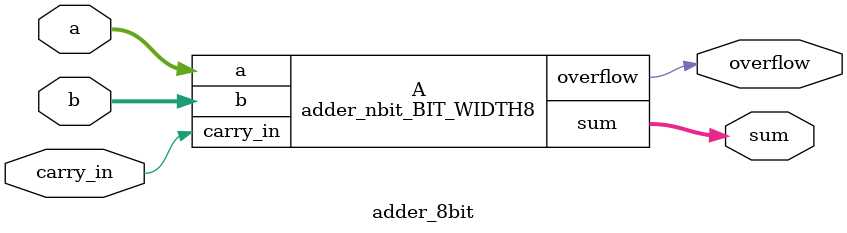
<source format=v>

module adder_1bit_7 ( a, b, carry_in, sum, carry_out );
  input a, b, carry_in;
  output sum, carry_out;
  wire   n1, n2;

  XOR2X1 U1 ( .A(carry_in), .B(n1), .Y(sum) );
  INVX1 U2 ( .A(n2), .Y(carry_out) );
  AOI22X1 U3 ( .A(b), .B(a), .C(n1), .D(carry_in), .Y(n2) );
  XOR2X1 U4 ( .A(a), .B(b), .Y(n1) );
endmodule


module adder_1bit_0 ( a, b, carry_in, sum, carry_out );
  input a, b, carry_in;
  output sum, carry_out;
  wire   n1, n2;

  XOR2X1 U1 ( .A(carry_in), .B(n1), .Y(sum) );
  INVX1 U2 ( .A(n2), .Y(carry_out) );
  AOI22X1 U3 ( .A(b), .B(a), .C(n1), .D(carry_in), .Y(n2) );
  XOR2X1 U4 ( .A(a), .B(b), .Y(n1) );
endmodule


module adder_1bit_1 ( a, b, carry_in, sum, carry_out );
  input a, b, carry_in;
  output sum, carry_out;
  wire   n1, n2;

  XOR2X1 U1 ( .A(carry_in), .B(n1), .Y(sum) );
  INVX1 U2 ( .A(n2), .Y(carry_out) );
  AOI22X1 U3 ( .A(b), .B(a), .C(n1), .D(carry_in), .Y(n2) );
  XOR2X1 U4 ( .A(a), .B(b), .Y(n1) );
endmodule


module adder_1bit_2 ( a, b, carry_in, sum, carry_out );
  input a, b, carry_in;
  output sum, carry_out;
  wire   n1, n2;

  XOR2X1 U1 ( .A(carry_in), .B(n1), .Y(sum) );
  INVX1 U2 ( .A(n2), .Y(carry_out) );
  AOI22X1 U3 ( .A(b), .B(a), .C(n1), .D(carry_in), .Y(n2) );
  XOR2X1 U4 ( .A(a), .B(b), .Y(n1) );
endmodule


module adder_1bit_3 ( a, b, carry_in, sum, carry_out );
  input a, b, carry_in;
  output sum, carry_out;
  wire   n1, n2;

  XOR2X1 U1 ( .A(carry_in), .B(n1), .Y(sum) );
  INVX1 U2 ( .A(n2), .Y(carry_out) );
  AOI22X1 U3 ( .A(b), .B(a), .C(n1), .D(carry_in), .Y(n2) );
  XOR2X1 U4 ( .A(a), .B(b), .Y(n1) );
endmodule


module adder_1bit_4 ( a, b, carry_in, sum, carry_out );
  input a, b, carry_in;
  output sum, carry_out;
  wire   n1, n2;

  XOR2X1 U1 ( .A(carry_in), .B(n1), .Y(sum) );
  INVX1 U2 ( .A(n2), .Y(carry_out) );
  AOI22X1 U3 ( .A(b), .B(a), .C(n1), .D(carry_in), .Y(n2) );
  XOR2X1 U4 ( .A(a), .B(b), .Y(n1) );
endmodule


module adder_1bit_5 ( a, b, carry_in, sum, carry_out );
  input a, b, carry_in;
  output sum, carry_out;
  wire   n1, n2;

  XOR2X1 U1 ( .A(carry_in), .B(n1), .Y(sum) );
  INVX1 U2 ( .A(n2), .Y(carry_out) );
  AOI22X1 U3 ( .A(b), .B(a), .C(n1), .D(carry_in), .Y(n2) );
  XOR2X1 U4 ( .A(a), .B(b), .Y(n1) );
endmodule


module adder_1bit_6 ( a, b, carry_in, sum, carry_out );
  input a, b, carry_in;
  output sum, carry_out;
  wire   n1, n2;

  XOR2X1 U1 ( .A(carry_in), .B(n1), .Y(sum) );
  INVX1 U2 ( .A(n2), .Y(carry_out) );
  AOI22X1 U3 ( .A(b), .B(a), .C(n1), .D(carry_in), .Y(n2) );
  XOR2X1 U4 ( .A(a), .B(b), .Y(n1) );
endmodule


module adder_nbit_BIT_WIDTH8 ( a, b, carry_in, sum, overflow );
  input [7:0] a;
  input [7:0] b;
  output [7:0] sum;
  input carry_in;
  output overflow;

  wire   [7:1] carrys;

  adder_1bit_7 \genblk1[0].IX  ( .a(a[0]), .b(b[0]), .carry_in(carry_in), 
        .sum(sum[0]), .carry_out(carrys[1]) );
  adder_1bit_6 \genblk1[1].IX  ( .a(a[1]), .b(b[1]), .carry_in(carrys[1]), 
        .sum(sum[1]), .carry_out(carrys[2]) );
  adder_1bit_5 \genblk1[2].IX  ( .a(a[2]), .b(b[2]), .carry_in(carrys[2]), 
        .sum(sum[2]), .carry_out(carrys[3]) );
  adder_1bit_4 \genblk1[3].IX  ( .a(a[3]), .b(b[3]), .carry_in(carrys[3]), 
        .sum(sum[3]), .carry_out(carrys[4]) );
  adder_1bit_3 \genblk1[4].IX  ( .a(a[4]), .b(b[4]), .carry_in(carrys[4]), 
        .sum(sum[4]), .carry_out(carrys[5]) );
  adder_1bit_2 \genblk1[5].IX  ( .a(a[5]), .b(b[5]), .carry_in(carrys[5]), 
        .sum(sum[5]), .carry_out(carrys[6]) );
  adder_1bit_1 \genblk1[6].IX  ( .a(a[6]), .b(b[6]), .carry_in(carrys[6]), 
        .sum(sum[6]), .carry_out(carrys[7]) );
  adder_1bit_0 \genblk1[7].IX  ( .a(a[7]), .b(b[7]), .carry_in(carrys[7]), 
        .sum(sum[7]), .carry_out(overflow) );
endmodule


module adder_8bit ( a, b, carry_in, sum, overflow );
  input [7:0] a;
  input [7:0] b;
  output [7:0] sum;
  input carry_in;
  output overflow;


  adder_nbit_BIT_WIDTH8 A ( .a(a), .b(b), .carry_in(carry_in), .sum(sum), 
        .overflow(overflow) );
endmodule


</source>
